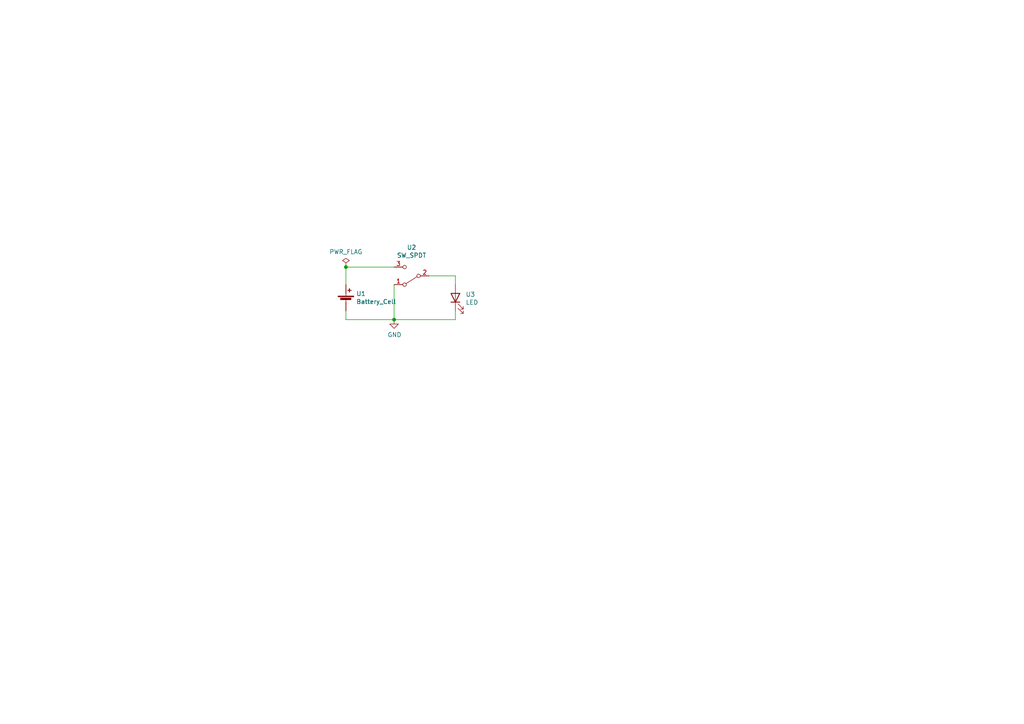
<source format=kicad_sch>
(kicad_sch (version 20211123) (generator eeschema)

  (uuid 0b752a9d-f045-4c14-ab02-6d1e2fa1470c)

  (paper "A4")

  (lib_symbols
    (symbol "Device:Battery_Cell" (pin_numbers hide) (pin_names (offset 0) hide) (in_bom yes) (on_board yes)
      (property "Reference" "BT" (id 0) (at 2.54 2.54 0)
        (effects (font (size 1.27 1.27)) (justify left))
      )
      (property "Value" "Battery_Cell" (id 1) (at 2.54 0 0)
        (effects (font (size 1.27 1.27)) (justify left))
      )
      (property "Footprint" "" (id 2) (at 0 1.524 90)
        (effects (font (size 1.27 1.27)) hide)
      )
      (property "Datasheet" "~" (id 3) (at 0 1.524 90)
        (effects (font (size 1.27 1.27)) hide)
      )
      (property "ki_keywords" "battery cell" (id 4) (at 0 0 0)
        (effects (font (size 1.27 1.27)) hide)
      )
      (property "ki_description" "Single-cell battery" (id 5) (at 0 0 0)
        (effects (font (size 1.27 1.27)) hide)
      )
      (symbol "Battery_Cell_0_1"
        (rectangle (start -2.286 1.778) (end 2.286 1.524)
          (stroke (width 0) (type default) (color 0 0 0 0))
          (fill (type outline))
        )
        (rectangle (start -1.5748 1.1938) (end 1.4732 0.6858)
          (stroke (width 0) (type default) (color 0 0 0 0))
          (fill (type outline))
        )
        (polyline
          (pts
            (xy 0 0.762)
            (xy 0 0)
          )
          (stroke (width 0) (type default) (color 0 0 0 0))
          (fill (type none))
        )
        (polyline
          (pts
            (xy 0 1.778)
            (xy 0 2.54)
          )
          (stroke (width 0) (type default) (color 0 0 0 0))
          (fill (type none))
        )
        (polyline
          (pts
            (xy 0.508 3.429)
            (xy 1.524 3.429)
          )
          (stroke (width 0.254) (type default) (color 0 0 0 0))
          (fill (type none))
        )
        (polyline
          (pts
            (xy 1.016 3.937)
            (xy 1.016 2.921)
          )
          (stroke (width 0.254) (type default) (color 0 0 0 0))
          (fill (type none))
        )
      )
      (symbol "Battery_Cell_1_1"
        (pin passive line (at 0 5.08 270) (length 2.54)
          (name "+" (effects (font (size 1.27 1.27))))
          (number "1" (effects (font (size 1.27 1.27))))
        )
        (pin passive line (at 0 -2.54 90) (length 2.54)
          (name "-" (effects (font (size 1.27 1.27))))
          (number "2" (effects (font (size 1.27 1.27))))
        )
      )
    )
    (symbol "Device:LED" (pin_numbers hide) (pin_names (offset 1.016) hide) (in_bom yes) (on_board yes)
      (property "Reference" "D" (id 0) (at 0 2.54 0)
        (effects (font (size 1.27 1.27)))
      )
      (property "Value" "LED" (id 1) (at 0 -2.54 0)
        (effects (font (size 1.27 1.27)))
      )
      (property "Footprint" "" (id 2) (at 0 0 0)
        (effects (font (size 1.27 1.27)) hide)
      )
      (property "Datasheet" "~" (id 3) (at 0 0 0)
        (effects (font (size 1.27 1.27)) hide)
      )
      (property "ki_keywords" "LED diode" (id 4) (at 0 0 0)
        (effects (font (size 1.27 1.27)) hide)
      )
      (property "ki_description" "Light emitting diode" (id 5) (at 0 0 0)
        (effects (font (size 1.27 1.27)) hide)
      )
      (property "ki_fp_filters" "LED* LED_SMD:* LED_THT:*" (id 6) (at 0 0 0)
        (effects (font (size 1.27 1.27)) hide)
      )
      (symbol "LED_0_1"
        (polyline
          (pts
            (xy -1.27 -1.27)
            (xy -1.27 1.27)
          )
          (stroke (width 0.254) (type default) (color 0 0 0 0))
          (fill (type none))
        )
        (polyline
          (pts
            (xy -1.27 0)
            (xy 1.27 0)
          )
          (stroke (width 0) (type default) (color 0 0 0 0))
          (fill (type none))
        )
        (polyline
          (pts
            (xy 1.27 -1.27)
            (xy 1.27 1.27)
            (xy -1.27 0)
            (xy 1.27 -1.27)
          )
          (stroke (width 0.254) (type default) (color 0 0 0 0))
          (fill (type none))
        )
        (polyline
          (pts
            (xy -3.048 -0.762)
            (xy -4.572 -2.286)
            (xy -3.81 -2.286)
            (xy -4.572 -2.286)
            (xy -4.572 -1.524)
          )
          (stroke (width 0) (type default) (color 0 0 0 0))
          (fill (type none))
        )
        (polyline
          (pts
            (xy -1.778 -0.762)
            (xy -3.302 -2.286)
            (xy -2.54 -2.286)
            (xy -3.302 -2.286)
            (xy -3.302 -1.524)
          )
          (stroke (width 0) (type default) (color 0 0 0 0))
          (fill (type none))
        )
      )
      (symbol "LED_1_1"
        (pin passive line (at -3.81 0 0) (length 2.54)
          (name "K" (effects (font (size 1.27 1.27))))
          (number "1" (effects (font (size 1.27 1.27))))
        )
        (pin passive line (at 3.81 0 180) (length 2.54)
          (name "A" (effects (font (size 1.27 1.27))))
          (number "2" (effects (font (size 1.27 1.27))))
        )
      )
    )
    (symbol "Switch:SW_SPDT" (pin_names (offset 0) hide) (in_bom yes) (on_board yes)
      (property "Reference" "SW" (id 0) (at 0 4.318 0)
        (effects (font (size 1.27 1.27)))
      )
      (property "Value" "SW_SPDT" (id 1) (at 0 -5.08 0)
        (effects (font (size 1.27 1.27)))
      )
      (property "Footprint" "" (id 2) (at 0 0 0)
        (effects (font (size 1.27 1.27)) hide)
      )
      (property "Datasheet" "~" (id 3) (at 0 0 0)
        (effects (font (size 1.27 1.27)) hide)
      )
      (property "ki_keywords" "switch single-pole double-throw spdt ON-ON" (id 4) (at 0 0 0)
        (effects (font (size 1.27 1.27)) hide)
      )
      (property "ki_description" "Switch, single pole double throw" (id 5) (at 0 0 0)
        (effects (font (size 1.27 1.27)) hide)
      )
      (symbol "SW_SPDT_0_0"
        (circle (center -2.032 0) (radius 0.508)
          (stroke (width 0) (type default) (color 0 0 0 0))
          (fill (type none))
        )
        (circle (center 2.032 -2.54) (radius 0.508)
          (stroke (width 0) (type default) (color 0 0 0 0))
          (fill (type none))
        )
      )
      (symbol "SW_SPDT_0_1"
        (polyline
          (pts
            (xy -1.524 0.254)
            (xy 1.651 2.286)
          )
          (stroke (width 0) (type default) (color 0 0 0 0))
          (fill (type none))
        )
        (circle (center 2.032 2.54) (radius 0.508)
          (stroke (width 0) (type default) (color 0 0 0 0))
          (fill (type none))
        )
      )
      (symbol "SW_SPDT_1_1"
        (pin passive line (at 5.08 2.54 180) (length 2.54)
          (name "A" (effects (font (size 1.27 1.27))))
          (number "1" (effects (font (size 1.27 1.27))))
        )
        (pin passive line (at -5.08 0 0) (length 2.54)
          (name "B" (effects (font (size 1.27 1.27))))
          (number "2" (effects (font (size 1.27 1.27))))
        )
        (pin passive line (at 5.08 -2.54 180) (length 2.54)
          (name "C" (effects (font (size 1.27 1.27))))
          (number "3" (effects (font (size 1.27 1.27))))
        )
      )
    )
    (symbol "power:GND" (power) (pin_names (offset 0)) (in_bom yes) (on_board yes)
      (property "Reference" "#PWR" (id 0) (at 0 -6.35 0)
        (effects (font (size 1.27 1.27)) hide)
      )
      (property "Value" "GND" (id 1) (at 0 -3.81 0)
        (effects (font (size 1.27 1.27)))
      )
      (property "Footprint" "" (id 2) (at 0 0 0)
        (effects (font (size 1.27 1.27)) hide)
      )
      (property "Datasheet" "" (id 3) (at 0 0 0)
        (effects (font (size 1.27 1.27)) hide)
      )
      (property "ki_keywords" "power-flag" (id 4) (at 0 0 0)
        (effects (font (size 1.27 1.27)) hide)
      )
      (property "ki_description" "Power symbol creates a global label with name \"GND\" , ground" (id 5) (at 0 0 0)
        (effects (font (size 1.27 1.27)) hide)
      )
      (symbol "GND_0_1"
        (polyline
          (pts
            (xy 0 0)
            (xy 0 -1.27)
            (xy 1.27 -1.27)
            (xy 0 -2.54)
            (xy -1.27 -1.27)
            (xy 0 -1.27)
          )
          (stroke (width 0) (type default) (color 0 0 0 0))
          (fill (type none))
        )
      )
      (symbol "GND_1_1"
        (pin power_in line (at 0 0 270) (length 0) hide
          (name "GND" (effects (font (size 1.27 1.27))))
          (number "1" (effects (font (size 1.27 1.27))))
        )
      )
    )
    (symbol "power:PWR_FLAG" (power) (pin_numbers hide) (pin_names (offset 0) hide) (in_bom yes) (on_board yes)
      (property "Reference" "#FLG" (id 0) (at 0 1.905 0)
        (effects (font (size 1.27 1.27)) hide)
      )
      (property "Value" "PWR_FLAG" (id 1) (at 0 3.81 0)
        (effects (font (size 1.27 1.27)))
      )
      (property "Footprint" "" (id 2) (at 0 0 0)
        (effects (font (size 1.27 1.27)) hide)
      )
      (property "Datasheet" "~" (id 3) (at 0 0 0)
        (effects (font (size 1.27 1.27)) hide)
      )
      (property "ki_keywords" "power-flag" (id 4) (at 0 0 0)
        (effects (font (size 1.27 1.27)) hide)
      )
      (property "ki_description" "Special symbol for telling ERC where power comes from" (id 5) (at 0 0 0)
        (effects (font (size 1.27 1.27)) hide)
      )
      (symbol "PWR_FLAG_0_0"
        (pin power_out line (at 0 0 90) (length 0)
          (name "pwr" (effects (font (size 1.27 1.27))))
          (number "1" (effects (font (size 1.27 1.27))))
        )
      )
      (symbol "PWR_FLAG_0_1"
        (polyline
          (pts
            (xy 0 0)
            (xy 0 1.27)
            (xy -1.016 1.905)
            (xy 0 2.54)
            (xy 1.016 1.905)
            (xy 0 1.27)
          )
          (stroke (width 0) (type default) (color 0 0 0 0))
          (fill (type none))
        )
      )
    )
  )

  (junction (at 100.33 77.47) (diameter 0) (color 0 0 0 0)
    (uuid 14a4d233-002c-4e7e-a8f0-b0e5d5faaeaf)
  )
  (junction (at 114.3 92.71) (diameter 0) (color 0 0 0 0)
    (uuid 7bdebe6d-1950-4d64-94bf-28b87ab21416)
  )

  (wire (pts (xy 132.08 80.01) (xy 132.08 82.55))
    (stroke (width 0) (type default) (color 0 0 0 0))
    (uuid 0901de6a-a4e0-4731-8ff7-02c2b794a19e)
  )
  (wire (pts (xy 100.33 82.55) (xy 100.33 77.47))
    (stroke (width 0) (type default) (color 0 0 0 0))
    (uuid 20bcdd6b-8843-403a-aba6-653408bebe63)
  )
  (wire (pts (xy 100.33 92.71) (xy 100.33 90.17))
    (stroke (width 0) (type default) (color 0 0 0 0))
    (uuid 4493ef44-20e9-46f0-8a1c-fff857b9b14c)
  )
  (wire (pts (xy 124.46 80.01) (xy 132.08 80.01))
    (stroke (width 0) (type default) (color 0 0 0 0))
    (uuid 4eca30c5-d56c-4b50-9aa1-1b033b93d5ac)
  )
  (wire (pts (xy 114.3 82.55) (xy 114.3 92.71))
    (stroke (width 0) (type default) (color 0 0 0 0))
    (uuid 68946871-b762-4eac-8490-fe6e5f0a23f0)
  )
  (wire (pts (xy 100.33 77.47) (xy 114.3 77.47))
    (stroke (width 0) (type default) (color 0 0 0 0))
    (uuid c6e78305-9955-4964-98b2-8255512c81ef)
  )
  (wire (pts (xy 132.08 92.71) (xy 114.3 92.71))
    (stroke (width 0) (type default) (color 0 0 0 0))
    (uuid c6fbe591-e4d6-4674-903f-4569cff999ee)
  )
  (wire (pts (xy 132.08 90.17) (xy 132.08 92.71))
    (stroke (width 0) (type default) (color 0 0 0 0))
    (uuid f00d5c9a-a5ac-415f-a9e5-567996f69c5a)
  )
  (wire (pts (xy 114.3 92.71) (xy 100.33 92.71))
    (stroke (width 0) (type default) (color 0 0 0 0))
    (uuid f192779c-f29c-4f7f-8704-a95aee051fbe)
  )

  (symbol (lib_id "Device:LED") (at 132.08 86.36 90) (unit 1)
    (in_bom yes) (on_board yes)
    (uuid 2265710c-6f7b-4ce0-ac61-4fa977409417)
    (property "Reference" "U3" (id 0) (at 135.0518 85.3948 90)
      (effects (font (size 1.27 1.27)) (justify right))
    )
    (property "Value" "LED" (id 1) (at 135.0518 87.7062 90)
      (effects (font (size 1.27 1.27)) (justify right))
    )
    (property "Footprint" "LED_THT:LED_D5.0mm_FlatTop" (id 2) (at 132.08 86.36 0)
      (effects (font (size 1.27 1.27)) hide)
    )
    (property "Datasheet" "~" (id 3) (at 132.08 86.36 0)
      (effects (font (size 1.27 1.27)) hide)
    )
    (pin "1" (uuid 525e93bc-facf-4e62-adfb-404b5d5db6d6))
    (pin "2" (uuid 1ef5e5e9-30dc-4903-a53b-f15138baa081))
  )

  (symbol (lib_id "power:GND") (at 114.3 92.71 0) (unit 1)
    (in_bom yes) (on_board yes)
    (uuid 5afb059e-a5ed-4698-b8a2-21d63428ea30)
    (property "Reference" "#PWR0101" (id 0) (at 114.3 99.06 0)
      (effects (font (size 1.27 1.27)) hide)
    )
    (property "Value" "GND" (id 1) (at 114.427 97.1042 0))
    (property "Footprint" "" (id 2) (at 114.3 92.71 0)
      (effects (font (size 1.27 1.27)) hide)
    )
    (property "Datasheet" "" (id 3) (at 114.3 92.71 0)
      (effects (font (size 1.27 1.27)) hide)
    )
    (pin "1" (uuid 81cf4da4-e4b0-450c-80df-b12b672c197b))
  )

  (symbol (lib_id "Switch:SW_SPDT") (at 119.38 80.01 180) (unit 1)
    (in_bom yes) (on_board yes)
    (uuid 9122fb96-2d98-484a-9bf1-615b4527beea)
    (property "Reference" "U2" (id 0) (at 119.38 71.755 0))
    (property "Value" "SW_SPDT" (id 1) (at 119.38 74.0664 0))
    (property "Footprint" "Button_Switch_SMD:SW_SPDT_PCM12" (id 2) (at 119.38 80.01 0)
      (effects (font (size 1.27 1.27)) hide)
    )
    (property "Datasheet" "" (id 3) (at 119.38 80.01 0)
      (effects (font (size 1.27 1.27)) hide)
    )
    (pin "1" (uuid 5cfcee16-5fe0-44e8-9f70-1695d1b7cfe2))
    (pin "2" (uuid 488af259-2cd5-45e4-8c35-37e03dd7479d))
    (pin "3" (uuid 22b6fca0-d2e2-4fe5-8962-53dadcab5816))
  )

  (symbol (lib_id "power:PWR_FLAG") (at 100.33 77.47 0) (unit 1)
    (in_bom yes) (on_board yes)
    (uuid 9ab51ef5-aa80-4f26-8121-430c58448036)
    (property "Reference" "#U0101" (id 0) (at 100.33 75.565 0)
      (effects (font (size 1.27 1.27)) hide)
    )
    (property "Value" "PWR_FLAG" (id 1) (at 100.33 73.0504 0))
    (property "Footprint" "" (id 2) (at 100.33 77.47 0)
      (effects (font (size 1.27 1.27)) hide)
    )
    (property "Datasheet" "~" (id 3) (at 100.33 77.47 0)
      (effects (font (size 1.27 1.27)) hide)
    )
    (pin "1" (uuid 5de5190d-98ef-453e-9726-71733b92c37e))
  )

  (symbol (lib_id "Device:Battery_Cell") (at 100.33 87.63 0) (unit 1)
    (in_bom yes) (on_board yes)
    (uuid fe43f80a-6343-47bd-b334-01817803a52a)
    (property "Reference" "U1" (id 0) (at 103.3272 85.1916 0)
      (effects (font (size 1.27 1.27)) (justify left))
    )
    (property "Value" "Battery_Cell" (id 1) (at 103.3272 87.503 0)
      (effects (font (size 1.27 1.27)) (justify left))
    )
    (property "Footprint" "Battery:BatteryHolder_Keystone_3000_1x12mm" (id 2) (at 100.33 86.106 90)
      (effects (font (size 1.27 1.27)) hide)
    )
    (property "Datasheet" "~" (id 3) (at 100.33 86.106 90)
      (effects (font (size 1.27 1.27)) hide)
    )
    (pin "1" (uuid c330782d-45e5-4731-9c99-03ab672c5c85))
    (pin "2" (uuid 6493778a-a9d3-47c9-b48d-c27739d588ed))
  )

  (sheet_instances
    (path "/" (page "1"))
  )

  (symbol_instances
    (path "/5afb059e-a5ed-4698-b8a2-21d63428ea30"
      (reference "#PWR0101") (unit 1) (value "GND") (footprint "")
    )
    (path "/9ab51ef5-aa80-4f26-8121-430c58448036"
      (reference "#U0101") (unit 1) (value "PWR_FLAG") (footprint "")
    )
    (path "/fe43f80a-6343-47bd-b334-01817803a52a"
      (reference "U1") (unit 1) (value "Battery_Cell") (footprint "Battery:BatteryHolder_Keystone_3000_1x12mm")
    )
    (path "/9122fb96-2d98-484a-9bf1-615b4527beea"
      (reference "U2") (unit 1) (value "SW_SPDT") (footprint "Button_Switch_SMD:SW_SPDT_PCM12")
    )
    (path "/2265710c-6f7b-4ce0-ac61-4fa977409417"
      (reference "U3") (unit 1) (value "LED") (footprint "LED_THT:LED_D5.0mm_FlatTop")
    )
  )
)

</source>
